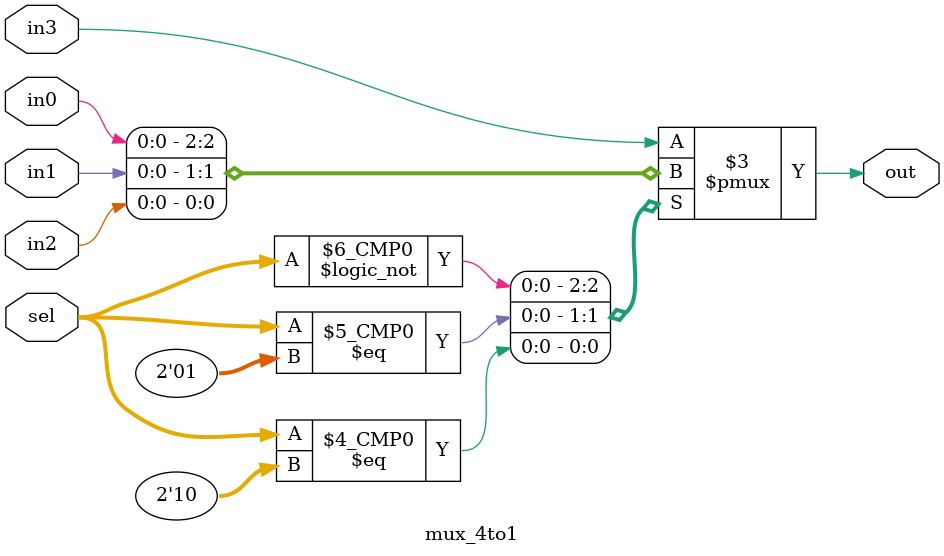
<source format=v>
module mux_4to1 (
    input wire [1:0] sel,
    input wire in0,
    input wire in1,
    input wire in2,
    input wire in3,
    output wire out
);

    // This module selects between four inputs based on a 2-bit selector
    always @(*) begin
        case (sel)
            0:   out <= in0;  // sel == 00, select input 0
            1:   out <= in1;  // sel == 01, select input 1
            2:   out <= in2;  // sel == 10, select input 2
            default: out <= in3; // default case, select input 3 (sel == 11)
        endcase
    end

endmodule
</source>
